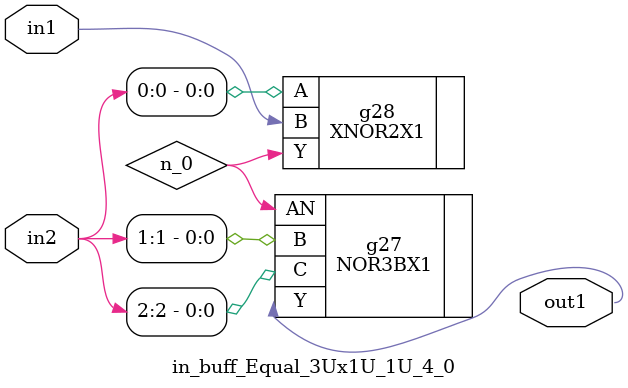
<source format=v>
`timescale 1ps / 1ps


module in_buff_Equal_3Ux1U_1U_4_0(in2, in1, out1);
  input [2:0] in2;
  input in1;
  output out1;
  wire [2:0] in2;
  wire in1;
  wire out1;
  wire n_0;
  NOR3BX1 g27(.AN (n_0), .B (in2[1]), .C (in2[2]), .Y (out1));
  XNOR2X1 g28(.A (in2[0]), .B (in1), .Y (n_0));
endmodule



</source>
